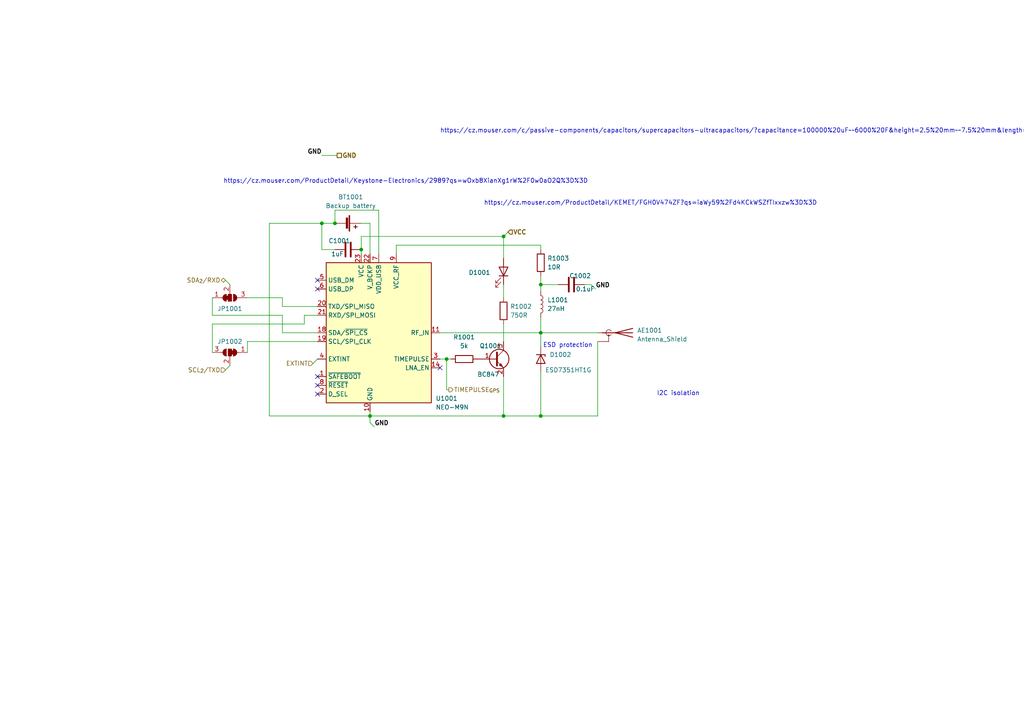
<source format=kicad_sch>
(kicad_sch (version 20211123) (generator eeschema)
  (paper "A4")
  (title_block (title "Power Unit - CanSat 2023") (date "2023-01-19") (rev "2022") (company "Project SkyFall") (comment 1 "David Haisman"))
  (lib_symbols
    (symbol "Device:Antenna_Shield" (pin_numbers hide) (pin_names (offset 1.016) hide)
      (property "Reference" "AE" (at -1.905 4.445 0))
      (property "Value" "Antenna_Shield" (at -1.905 2.54 0))
      (symbol "Antenna_Shield_0_1"
        (arc (start -0.508 -1.143) (mid -0.8429 -2.1194) (end 0 -2.667))
        (arc (start 0 -2.667) (mid 0.7989 -2.1052) (end 0.508 -1.143))
        (polyline (pts (xy 0 -2.54) (xy 0 0)))
        (polyline (pts (xy 0 5.08) (xy 0 -3.81)) (stroke (width 0.254)))
        (polyline (pts (xy 0.762 -1.905) (xy 2.54 -1.905)))
        (polyline (pts (xy 2.54 -2.54) (xy 2.54 -1.905)))
        (polyline (pts (xy 1.27 5.08) (xy 0 0) (xy -1.27 5.08)) (stroke (width 0.254)))
        (circle (center 0.762 -1.905) (radius 0.1778) (fill (type outline)))
      )
      (symbol "Antenna_Shield_1_1"
        (pin input line (at 0 -5.08 90) (length 2.54) (name "A") (number "1"))
        (pin input line (at 2.54 -5.08 90) (length 2.54) (name "Shield") (number "2"))
      )
    )
    (symbol "Device:Battery_Cell" (pin_numbers hide) (pin_names (offset 0) hide)
      (property "Reference" "BT" (at 2.54 2.54 0))
      (property "Value" "Battery_Cell" (at 2.54 0 0))
      (symbol "Battery_Cell_0_1"
        (rectangle (start -2.286 1.778) (end 2.286 1.524) (fill (type outline)))
        (rectangle (start -1.5748 1.1938) (end 1.4732 0.6858) (fill (type outline)))
        (polyline (pts (xy 0 0.762) (xy 0 0)))
        (polyline (pts (xy 0 1.778) (xy 0 2.54)))
        (polyline (pts (xy 0.508 3.429) (xy 1.524 3.429)) (stroke (width 0.254)))
        (polyline (pts (xy 1.016 3.937) (xy 1.016 2.921)) (stroke (width 0.254)))
      )
      (symbol "Battery_Cell_1_1"
        (pin passive line (at 0 5.08 270) (length 2.54) (name "+") (number "1"))
        (pin passive line (at 0 -2.54 90) (length 2.54) (name "-") (number "2"))
      )
    )
    (symbol "Device:C" (pin_numbers hide) (pin_names (offset 0.254))
      (property "Reference" "C" (at 0.635 2.54 0))
      (property "Value" "C" (at 0.635 -2.54 0))
      (symbol "C_0_1"
        (polyline (pts (xy -2.032 -0.762) (xy 2.032 -0.762)) (stroke (width 0.508)))
        (polyline (pts (xy -2.032 0.762) (xy 2.032 0.762)) (stroke (width 0.508)))
      )
      (symbol "C_1_1"
        (pin passive line (at 0 3.81 270) (length 2.794) (name "~") (number "1"))
        (pin passive line (at 0 -3.81 90) (length 2.794) (name "~") (number "2"))
      )
    )
    (symbol "Device:D_Zener" (pin_numbers hide) (pin_names (offset 1.016) hide)
      (property "Reference" "D" (at 0 2.54 0))
      (property "Value" "D_Zener" (at 0 -2.54 0))
      (symbol "D_Zener_0_1"
        (polyline (pts (xy 1.27 0) (xy -1.27 0)))
        (polyline (pts (xy -1.27 -1.27) (xy -1.27 1.27) (xy -0.762 1.27)) (stroke (width 0.254)))
        (polyline (pts (xy 1.27 -1.27) (xy 1.27 1.27) (xy -1.27 0) (xy 1.27 -1.27)) (stroke (width 0.254)))
      )
      (symbol "D_Zener_1_1"
        (pin passive line (at -3.81 0 0) (length 2.54) (name "K") (number "1"))
        (pin passive line (at 3.81 0 180) (length 2.54) (name "A") (number "2"))
      )
    )
    (symbol "Device:L" (pin_numbers hide) (pin_names (offset 1.016) hide)
      (property "Reference" "L" (at -1.27 0 90))
      (property "Value" "L" (at 1.905 0 90))
      (symbol "L_0_1"
        (arc (start 0 -2.54) (mid 0.635 -1.905) (end 0 -1.27))
        (arc (start 0 -1.27) (mid 0.635 -0.635) (end 0 0))
        (arc (start 0 0) (mid 0.635 0.635) (end 0 1.27))
        (arc (start 0 1.27) (mid 0.635 1.905) (end 0 2.54))
      )
      (symbol "L_1_1"
        (pin passive line (at 0 3.81 270) (length 1.27) (name "1") (number "1"))
        (pin passive line (at 0 -3.81 90) (length 1.27) (name "2") (number "2"))
      )
    )
    (symbol "Device:LED" (pin_numbers hide) (pin_names (offset 1.016) hide)
      (property "Reference" "D" (at 0 2.54 0))
      (property "Value" "LED" (at 0 -2.54 0))
      (symbol "LED_0_1"
        (polyline (pts (xy -1.27 -1.27) (xy -1.27 1.27)) (stroke (width 0.254)))
        (polyline (pts (xy -1.27 0) (xy 1.27 0)))
        (polyline (pts (xy 1.27 -1.27) (xy 1.27 1.27) (xy -1.27 0) (xy 1.27 -1.27)) (stroke (width 0.254)))
        (polyline (pts (xy -3.048 -0.762) (xy -4.572 -2.286) (xy -3.81 -2.286) (xy -4.572 -2.286) (xy -4.572 -1.524)))
        (polyline (pts (xy -1.778 -0.762) (xy -3.302 -2.286) (xy -2.54 -2.286) (xy -3.302 -2.286) (xy -3.302 -1.524)))
      )
      (symbol "LED_1_1"
        (pin passive line (at -3.81 0 0) (length 2.54) (name "K") (number "1"))
        (pin passive line (at 3.81 0 180) (length 2.54) (name "A") (number "2"))
      )
    )
    (symbol "Device:R" (pin_numbers hide) (pin_names (offset 0))
      (property "Reference" "R" (at 2.032 0 90))
      (property "Value" "R" (at 0 0 90))
      (symbol "R_0_1"
        (rectangle (start -1.016 -2.54) (end 1.016 2.54) (stroke (width 0.254)))
      )
      (symbol "R_1_1"
        (pin passive line (at 0 3.81 270) (length 1.27) (name "~") (number "1"))
        (pin passive line (at 0 -3.81 90) (length 1.27) (name "~") (number "2"))
      )
    )
    (symbol "Dovolená:NEO-M9N"
      (property "Reference" "U" (at -13.97 21.59 0))
      (property "Value" "NEO-M9N" (at 11.43 21.59 0))
      (symbol "NEO-M9N_0_1"
        (rectangle (start -15.24 20.32) (end 15.24 -20.32) (stroke (width 0.254)) (fill (type background)))
      )
      (symbol "NEO-M9N_1_1"
        (pin input line (at -17.78 -12.7 0) (length 2.54) (name "~{SAFEBOOT}") (number "1"))
        (pin power_in line (at -2.54 -22.86 90) (length 2.54) (name "GND") (number "10"))
        (pin input line (at 17.78 0 180) (length 2.54) (name "RF_IN") (number "11"))
        (pin passive line (at 2.54 -22.86 90) (length 2.54) hide (name "GND") (number "12"))
        (pin passive line (at -5.08 -22.86 90) (length 2.54) hide (name "GND") (number "13"))
        (pin output line (at 17.78 -10.16 180) (length 2.54) (name "LNA_EN") (number "14"))
        (pin no_connect line (at 15.24 -12.7 180) (length 2.54) hide (name "RESERVED") (number "15"))
        (pin no_connect line (at 15.24 -15.24 180) (length 2.54) hide (name "RESERVED") (number "16"))
        (pin no_connect line (at 15.24 -17.78 180) (length 2.54) hide (name "RESERVED") (number "17"))
        (pin bidirectional line (at -17.78 0 0) (length 2.54) (name "SDA/~{SPI_CS}") (number "18"))
        (pin input line (at -17.78 -2.54 0) (length 2.54) (name "SCL/SPI_CLK") (number "19"))
        (pin input line (at -17.78 -17.78 0) (length 2.54) (name "D_SEL") (number "2"))
        (pin output line (at -17.78 7.62 0) (length 2.54) (name "TXD/SPI_MISO") (number "20"))
        (pin input line (at -17.78 5.08 0) (length 2.54) (name "RXD/SPI_MOSI") (number "21"))
        (pin power_in line (at -2.54 22.86 270) (length 2.54) (name "V_BCKP") (number "22"))
        (pin power_in line (at -5.08 22.86 270) (length 2.54) (name "VCC") (number "23"))
        (pin passive line (at 0 -22.86 90) (length 2.54) hide (name "GND") (number "24"))
        (pin output line (at 17.78 -7.62 180) (length 2.54) (name "TIMEPULSE") (number "3"))
        (pin input line (at -17.78 -7.62 0) (length 2.54) (name "EXTINT") (number "4"))
        (pin bidirectional line (at -17.78 15.24 0) (length 2.54) (name "USB_DM") (number "5"))
        (pin bidirectional line (at -17.78 12.7 0) (length 2.54) (name "USB_DP") (number "6"))
        (pin power_in line (at 0 22.86 270) (length 2.54) (name "VDD_USB") (number "7"))
        (pin input line (at -17.78 -15.24 0) (length 2.54) (name "~{RESET}") (number "8"))
        (pin power_out line (at 5.08 22.86 270) (length 2.54) (name "VCC_RF") (number "9"))
      )
    )
    (symbol "Jumper:SolderJumper_3_Bridged12" (pin_names (offset 0) hide)
      (property "Reference" "JP" (at -2.54 -2.54 0))
      (property "Value" "SolderJumper_3_Bridged12" (at 0 2.794 0))
      (symbol "SolderJumper_3_Bridged12_0_1"
        (rectangle (start -1.016 0.508) (end -0.508 -0.508) (fill (type outline)))
        (arc (start -1.016 1.016) (mid -2.032 0) (end -1.016 -1.016))
        (arc (start -1.016 1.016) (mid -2.032 0) (end -1.016 -1.016) (fill (type outline)))
        (rectangle (start -0.508 1.016) (end 0.508 -1.016) (fill (type outline)))
        (polyline (pts (xy -2.54 0) (xy -2.032 0)))
        (polyline (pts (xy -1.016 1.016) (xy -1.016 -1.016)))
        (polyline (pts (xy 0 -1.27) (xy 0 -1.016)))
        (polyline (pts (xy 1.016 1.016) (xy 1.016 -1.016)))
        (polyline (pts (xy 2.54 0) (xy 2.032 0)))
        (arc (start 1.016 -1.016) (mid 2.032 0) (end 1.016 1.016))
        (arc (start 1.016 -1.016) (mid 2.032 0) (end 1.016 1.016) (fill (type outline)))
      )
      (symbol "SolderJumper_3_Bridged12_1_1"
        (pin passive line (at -5.08 0 0) (length 2.54) (name "A") (number "1"))
        (pin passive line (at 0 -3.81 90) (length 2.54) (name "C") (number "2"))
        (pin passive line (at 5.08 0 180) (length 2.54) (name "B") (number "3"))
      )
    )
    (symbol "Transistor_BJT:BC847" (pin_names (offset 0) hide)
      (property "Reference" "Q" (at 5.08 1.905 0))
      (property "Value" "BC847" (at 5.08 0 0))
      (symbol "BC847_0_1"
        (polyline (pts (xy 0.635 0.635) (xy 2.54 2.54)))
        (polyline (pts (xy 0.635 -0.635) (xy 2.54 -2.54) (xy 2.54 -2.54)))
        (polyline (pts (xy 0.635 1.905) (xy 0.635 -1.905) (xy 0.635 -1.905)) (stroke (width 0.508)))
        (polyline (pts (xy 1.27 -1.778) (xy 1.778 -1.27) (xy 2.286 -2.286) (xy 1.27 -1.778) (xy 1.27 -1.778)) (fill (type outline)))
        (circle (center 1.27 0) (radius 2.8194) (stroke (width 0.254)))
      )
      (symbol "BC847_1_1"
        (pin input line (at -5.08 0 0) (length 5.715) (name "B") (number "1"))
        (pin passive line (at 2.54 -5.08 90) (length 2.54) (name "E") (number "2"))
        (pin passive line (at 2.54 5.08 270) (length 2.54) (name "C") (number "3"))
      )
    )
  )
  (junction (at 97.155 64.77))
  (junction (at 107.315 120.65))
  (junction (at 93.345 64.77))
  (junction (at 156.845 120.65))
  (junction (at 146.05 120.65))
  (junction (at 156.845 82.55))
  (junction (at 129.54 104.14))
  (junction (at 146.05 68.58))
  (junction (at 104.775 72.39))
  (junction (at 156.845 96.52))
  (no_connect (at 92.075 111.76))
  (no_connect (at 92.075 114.3))
  (no_connect (at 92.075 109.22))
  (no_connect (at 127.635 106.68))
  (no_connect (at 92.075 81.28))
  (no_connect (at 92.075 83.82))
  (wire (pts (xy 114.935 73.66) (xy 114.935 71.12)))
  (wire (pts (xy 146.05 109.22) (xy 146.05 120.65)))
  (wire (pts (xy 104.775 68.58) (xy 146.05 68.58)))
  (wire (pts (xy 107.315 120.65) (xy 146.05 120.65)))
  (wire (pts (xy 104.775 72.39) (xy 104.775 73.66)))
  (wire (pts (xy 146.05 68.58) (xy 146.05 74.93)))
  (wire (pts (xy 127.635 96.52) (xy 156.845 96.52)))
  (wire (pts (xy 172.72 83.82) (xy 171.45 82.55)))
  (wire (pts (xy 129.54 104.14) (xy 127.635 104.14)))
  (wire (pts (xy 109.855 60.96) (xy 97.155 60.96)))
  (wire (pts (xy 146.05 120.65) (xy 156.845 120.65)))
  (wire (pts (xy 81.915 96.52) (xy 92.075 96.52)))
  (wire (pts (xy 129.54 113.03) (xy 129.54 104.14)))
  (wire (pts (xy 93.345 64.77) (xy 97.155 64.77)))
  (wire (pts (xy 156.845 107.95) (xy 156.845 120.65)))
  (wire (pts (xy 156.845 71.12) (xy 156.845 72.39)))
  (wire (pts (xy 156.845 84.455) (xy 156.845 82.55)))
  (wire (pts (xy 109.855 60.96) (xy 109.855 73.66)))
  (wire (pts (xy 88.265 91.44) (xy 92.075 91.44)))
  (wire (pts (xy 92.075 88.9) (xy 81.915 88.9)))
  (wire (pts (xy 61.595 91.44) (xy 61.595 86.36)))
  (wire (pts (xy 81.915 96.52) (xy 81.915 91.44)))
  (wire (pts (xy 107.315 120.65) (xy 107.315 122.555)))
  (wire (pts (xy 71.755 86.36) (xy 81.915 86.36)))
  (wire (pts (xy 107.315 122.555) (xy 108.585 123.825)))
  (wire (pts (xy 97.79 45.085) (xy 93.345 45.085)))
  (wire (pts (xy 130.175 113.03) (xy 129.54 113.03)))
  (wire (pts (xy 78.105 64.77) (xy 93.345 64.77)))
  (wire (pts (xy 107.315 119.38) (xy 107.315 120.65)))
  (wire (pts (xy 173.355 99.06) (xy 173.355 120.65)))
  (wire (pts (xy 61.595 91.44) (xy 81.915 91.44)))
  (wire (pts (xy 104.775 64.77) (xy 107.315 64.77)))
  (wire (pts (xy 147.32 67.31) (xy 146.05 68.58)))
  (wire (pts (xy 65.405 107.315) (xy 66.675 106.045)))
  (wire (pts (xy 107.315 120.65) (xy 78.105 120.65)))
  (wire (pts (xy 93.345 72.39) (xy 93.345 64.77)))
  (wire (pts (xy 156.845 100.33) (xy 156.845 96.52)))
  (wire (pts (xy 71.755 102.235) (xy 71.755 99.06)))
  (wire (pts (xy 156.845 96.52) (xy 173.355 96.52)))
  (wire (pts (xy 114.935 71.12) (xy 156.845 71.12)))
  (wire (pts (xy 156.845 92.075) (xy 156.845 96.52)))
  (wire (pts (xy 156.845 80.01) (xy 156.845 82.55)))
  (wire (pts (xy 97.155 60.96) (xy 97.155 64.77)))
  (wire (pts (xy 88.265 93.98) (xy 88.265 91.44)))
  (wire (pts (xy 97.155 72.39) (xy 93.345 72.39)))
  (wire (pts (xy 156.845 120.65) (xy 173.355 120.65)))
  (wire (pts (xy 81.915 88.9) (xy 81.915 86.36)))
  (wire (pts (xy 71.755 99.06) (xy 92.075 99.06)))
  (wire (pts (xy 146.05 86.36) (xy 146.05 82.55)))
  (wire (pts (xy 104.775 72.39) (xy 104.775 68.58)))
  (wire (pts (xy 171.45 82.55) (xy 169.545 82.55)))
  (wire (pts (xy 61.595 93.98) (xy 88.265 93.98)))
  (wire (pts (xy 61.595 93.98) (xy 61.595 102.235)))
  (wire (pts (xy 156.845 82.55) (xy 161.925 82.55)))
  (wire (pts (xy 65.405 81.28) (xy 66.675 82.55)))
  (wire (pts (xy 146.05 99.06) (xy 146.05 93.98)))
  (wire (pts (xy 130.81 104.14) (xy 129.54 104.14)))
  (wire (pts (xy 78.105 120.65) (xy 78.105 64.77)))
  (wire (pts (xy 107.315 73.66) (xy 107.315 64.77)))
  (wire (pts (xy 90.805 105.41) (xy 92.075 104.14)))
  (text "ESD protection" (at 157.48 100.965 0) (effects (font (size 1.27 1.27)) (justify left bottom)))
  (text "https://cz.mouser.com/c/passive-components/capacitors/supercapacitors-ultracapacitors/?capacitance=100000%20uF~~6000%20F&height=2.5%20mm~~7.5%20mm&length=5%20mm~~7.5%20mm&voltage%20rating%20dc=2.5%20VDC~~6%20VDC&instock=y&normallystocked=y&sort=diameter&rp=passive-components%2Fcapacitors%2Fsupercapacitors-ultracapacitors%7C~Capacitance%7C~Height%7C~Voltage%20Rating%20DC%7C~Length" (at 127.635 38.735 0) (effects (font (size 1.27 1.27)) (justify left bottom)))
  (text "https://cz.mouser.com/ProductDetail/Keystone-Electronics/2989?qs=wOxb8XianXg1rW%2F0w0aO2Q%3D%3D" (at 64.77 53.34 0) (effects (font (size 1.27 1.27)) (justify left bottom)))
  (text "I2C isolation" (at 190.5 114.935 0) (effects (font (size 1.27 1.27)) (justify left bottom)))
  (text "https://cz.mouser.com/ProductDetail/KEMET/FGH0V474ZF?qs=iaWy59%2Fd4KCkWSZfTIxxzw%3D%3D" (at 140.335 59.69 0) (effects (font (size 1.27 1.27)) (justify left bottom)))
  (label "GND" (at 108.585 123.825 0) (effects (font (thickness 0.254) bold)))
  (label "GND" (at 172.72 83.82 0) (effects (font (thickness 0.254) bold)))
  (label "GND" (at 93.345 45.085 180) (effects (font (thickness 0.254) bold)))
  (hierarchical_label "VCC" (shape input) (at 147.32 67.31 0) (effects (font bold)))
  (hierarchical_label "EXTINT" (shape input) (at 90.805 105.41 180))
  (hierarchical_label "GND" (shape passive) (at 97.79 45.085 0) (effects (font (thickness 0.254) bold)))
  (hierarchical_label "SCL_{2}{slash}TXD" (shape input) (at 65.405 107.315 180))
  (hierarchical_label "TIMEPULSE_{GPS}" (shape output) (at 130.175 113.03 0))
  (hierarchical_label "SDA_{2}{slash}RXD" (shape bidirectional) (at 65.405 81.28 180))
  (symbol (lib_id "Device:R") (at 146.05 90.17 0) (unit 1)
    (property "Reference" "R1002" (at 147.955 88.8999 0) (effects (justify left)))
    (property "Value" "750R" (at 147.955 91.4399 0) (effects (justify left)))
    (property "Footprint" "Resistor_SMD:R_0805_2012Metric" (effects hide))
  )
  (symbol (lib_id "Device:D_Zener") (at 156.845 104.14 270) (unit 1)
    (property "Reference" "D1002" (at 159.385 102.8699 90) (effects (justify left)))
    (property "Value" "ESD7351HT1G" (at 158.115 107.315 90) (effects (justify left)))
    (property "Footprint" "Diode_SMD:D_SOD-323" (effects hide))
    (property "Datasheet" "https://cz.mouser.com/datasheet/2/308/ESD7351_D-1805075.pdf" (effects hide))
  )
  (symbol (lib_id "Device:Battery_Cell") (at 99.695 64.77 270) (unit 1)
    (property "Reference" "BT1001" (at 101.727 57.15 90))
    (property "Value" "Backup battery" (at 101.727 59.69 90))
    (property "Footprint" "CanSat:2989" (effects hide))
  )
  (symbol (lib_id "Jumper:SolderJumper_3_Bridged12") (at 66.675 102.235 0) (mirror y) (unit 1)
    (property "Reference" "JP1002" (at 66.675 99.06 0))
    (property "Value" "SolderJumper_3_Bridged12" (effects hide))
    (property "Footprint" "Jumper:SolderJumper-3_P1.3mm_Bridged12_Pad1.0x1.5mm" (effects hide))
  )
  (symbol (lib_id "Device:C") (at 100.965 72.39 90) (unit 1)
    (property "Reference" "C1001" (at 98.425 69.85 90))
    (property "Value" "1uF" (at 99.695 73.66 90) (effects (justify left)))
    (property "Footprint" "Capacitor_SMD:C_0805_2012Metric" (effects hide))
  )
  (symbol (lib_id "Device:R") (at 156.845 76.2 180) (unit 1)
    (property "Reference" "R1003" (at 158.75 74.9299 0) (effects (justify right)))
    (property "Value" "10R" (at 158.75 77.4699 0) (effects (justify right)))
    (property "Footprint" "Resistor_SMD:R_0805_2012Metric" (effects hide))
  )
  (symbol (lib_id "Dovolená:NEO-M9N") (at 109.855 96.52 0) (unit 1)
    (property "Reference" "U1001" (at 126.365 115.57 0) (effects (justify left)))
    (property "Value" "NEO-M9N" (at 126.365 118.11 0) (effects (justify left)))
    (property "Footprint" "RF_GPS:ublox_NEO" (effects hide))
    (property "Datasheet" "https://content.u-blox.com/sites/default/files/NEO-M9N-00B_DataSheet_UBX-19014285.pdf" (effects hide))
  )
  (symbol (lib_id "Device:L") (at 156.845 88.265 0) (unit 1)
    (property "Reference" "L1001" (at 158.75 86.9949 0) (effects (justify left)))
    (property "Value" "27nH" (at 158.75 89.5349 0) (effects (justify left)))
    (property "Footprint" "Inductor_SMD:L_0805_2012Metric" (effects hide))
  )
  (symbol (lib_id "Device:R") (at 134.62 104.14 90) (unit 1)
    (property "Reference" "R1001" (at 134.62 97.79 90))
    (property "Value" "5k" (at 134.62 100.33 90))
    (property "Footprint" "Resistor_SMD:R_0805_2012Metric" (effects hide))
  )
  (symbol (lib_id "Transistor_BJT:BC847") (at 143.51 104.14 0) (unit 1)
    (property "Reference" "Q1001" (at 139.065 100.33 0) (effects (justify left)))
    (property "Value" "BC847" (at 138.43 108.585 0) (effects (justify left)))
    (property "Footprint" "Package_TO_SOT_SMD:SOT-23" (effects hide))
    (property "Datasheet" "http://www.infineon.com/dgdl/Infineon-BC847SERIES_BC848SERIES_BC849SERIES_BC850SERIES-DS-v01_01-en.pdf?fileId=db3a304314dca389011541d4630a1657" (effects hide))
  )
  (symbol (lib_id "Jumper:SolderJumper_3_Bridged12") (at 66.675 86.36 0) (mirror x) (unit 1)
    (property "Reference" "JP1001" (at 66.675 89.535 0))
    (property "Value" "SolderJumper_3_Bridged12" (effects hide))
    (property "Footprint" "Jumper:SolderJumper-3_P1.3mm_Bridged12_Pad1.0x1.5mm" (effects hide))
  )
  (symbol (lib_id "Device:LED") (at 146.05 78.74 270) (mirror x) (unit 1)
    (property "Reference" "D1001" (at 142.24 79.0574 90) (effects (justify right)))
    (property "Value" "APT2012LSECK{slash}J4-PRV" (effects hide))
    (property "Footprint" "LED_SMD:LED_0805_2012Metric" (effects hide))
  )
  (symbol (lib_id "Device:C") (at 165.735 82.55 270) (mirror x) (unit 1)
    (property "Reference" "C1002" (at 168.275 80.01 90))
    (property "Value" "0.1uF" (at 167.005 83.82 90) (effects (justify left)))
    (property "Footprint" "Capacitor_SMD:C_0805_2012Metric" (effects hide))
  )
  (symbol (lib_id "Device:Antenna_Shield") (at 178.435 96.52 270) (unit 1)
    (property "Reference" "AE1001" (at 184.785 95.8214 90) (effects (justify left)))
    (property "Value" "Antenna_Shield" (at 184.785 98.3614 90) (effects (justify left)))
    (property "Footprint" "CanSat:U.FL_Hirose_U.FL-R-SMT-1_Vertical" (effects hide))
  )
)
</source>
